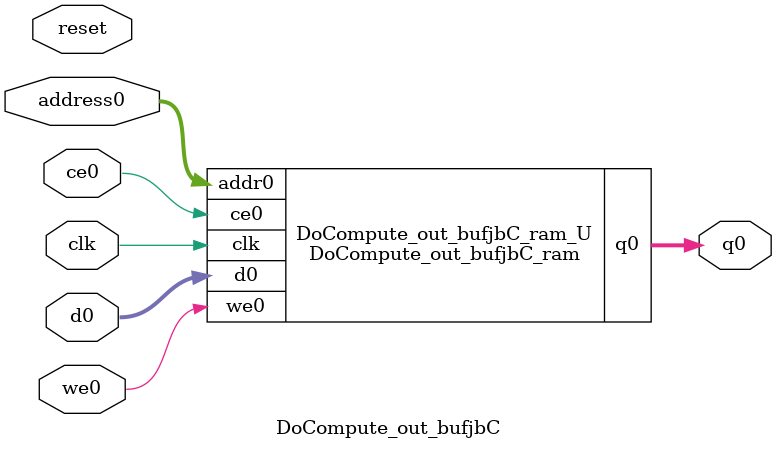
<source format=v>
`timescale 1 ns / 1 ps
module DoCompute_out_bufjbC_ram (addr0, ce0, d0, we0, q0,  clk);

parameter DWIDTH = 8;
parameter AWIDTH = 12;
parameter MEM_SIZE = 4096;

input[AWIDTH-1:0] addr0;
input ce0;
input[DWIDTH-1:0] d0;
input we0;
output reg[DWIDTH-1:0] q0;
input clk;

(* ram_style = "block" *)reg [DWIDTH-1:0] ram[0:MEM_SIZE-1];




always @(posedge clk)  
begin 
    if (ce0) begin
        if (we0) 
            ram[addr0] <= d0; 
        q0 <= ram[addr0];
    end
end


endmodule

`timescale 1 ns / 1 ps
module DoCompute_out_bufjbC(
    reset,
    clk,
    address0,
    ce0,
    we0,
    d0,
    q0);

parameter DataWidth = 32'd8;
parameter AddressRange = 32'd4096;
parameter AddressWidth = 32'd12;
input reset;
input clk;
input[AddressWidth - 1:0] address0;
input ce0;
input we0;
input[DataWidth - 1:0] d0;
output[DataWidth - 1:0] q0;



DoCompute_out_bufjbC_ram DoCompute_out_bufjbC_ram_U(
    .clk( clk ),
    .addr0( address0 ),
    .ce0( ce0 ),
    .we0( we0 ),
    .d0( d0 ),
    .q0( q0 ));

endmodule


</source>
